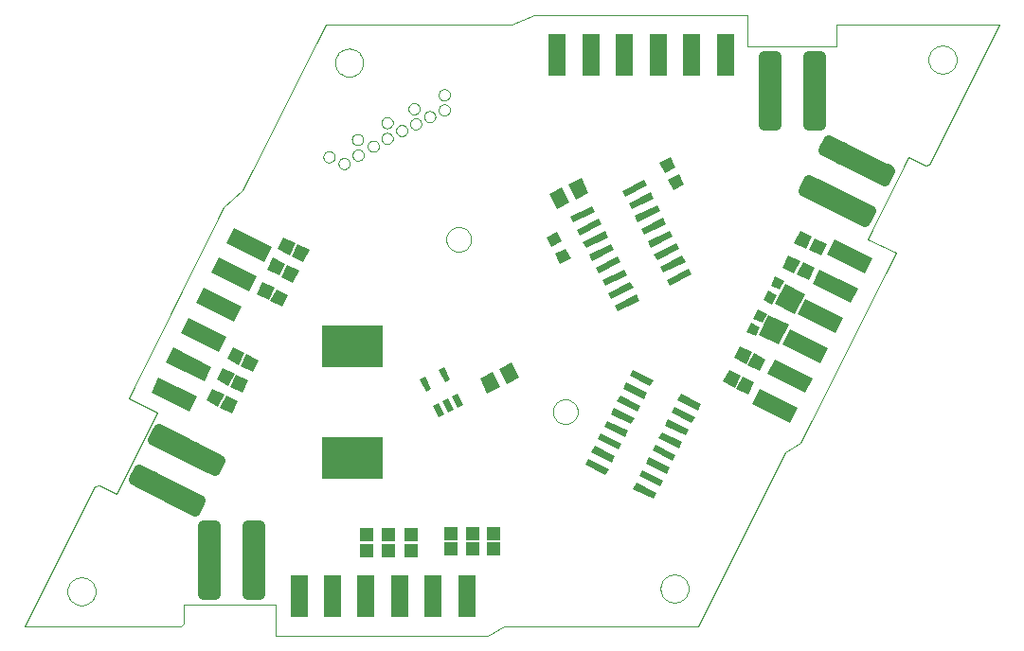
<source format=gbp>
G75*
%MOIN*%
%OFA0B0*%
%FSLAX24Y24*%
%IPPOS*%
%LPD*%
%AMOC8*
5,1,8,0,0,1.08239X$1,22.5*
%
%ADD10C,0.0000*%
%ADD11R,0.0236X0.0866*%
%ADD12R,0.0217X0.0472*%
%ADD13R,0.2165X0.1516*%
%ADD14R,0.0591X0.1496*%
%ADD15C,0.0394*%
%ADD16R,0.0512X0.0591*%
%ADD17R,0.0810X0.0240*%
%ADD18R,0.0472X0.0472*%
%ADD19R,0.0354X0.0354*%
%ADD20R,0.0787X0.0787*%
%ADD21R,0.0472X0.0472*%
%ADD22R,0.0394X0.0433*%
D10*
X001543Y001214D02*
X007057Y001214D01*
X007162Y001332D01*
X007163Y001992D01*
X010376Y001990D01*
X010370Y000897D01*
X017853Y000897D01*
X018407Y001214D01*
X025254Y001214D01*
X028315Y007336D01*
X028846Y007690D01*
X032212Y014373D01*
X031218Y014865D01*
X032655Y017739D01*
X033246Y017444D01*
X033393Y017483D01*
X035864Y022424D01*
X030103Y022423D01*
X030103Y022424D02*
X030103Y021647D01*
X026989Y021647D01*
X026989Y022739D01*
X019476Y022739D01*
X018689Y022424D01*
X012143Y022424D01*
X009220Y016568D01*
X008561Y015977D01*
X005204Y009265D01*
X006218Y008753D01*
X004781Y005889D01*
X004191Y006184D01*
X004004Y006145D01*
X001543Y001214D01*
X003060Y002453D02*
X003062Y002497D01*
X003068Y002541D01*
X003078Y002584D01*
X003091Y002626D01*
X003109Y002666D01*
X003130Y002705D01*
X003154Y002742D01*
X003181Y002777D01*
X003212Y002809D01*
X003245Y002838D01*
X003281Y002864D01*
X003319Y002886D01*
X003359Y002905D01*
X003400Y002921D01*
X003443Y002933D01*
X003486Y002941D01*
X003530Y002945D01*
X003574Y002945D01*
X003618Y002941D01*
X003661Y002933D01*
X003704Y002921D01*
X003745Y002905D01*
X003785Y002886D01*
X003823Y002864D01*
X003859Y002838D01*
X003892Y002809D01*
X003923Y002777D01*
X003950Y002742D01*
X003974Y002705D01*
X003995Y002666D01*
X004013Y002626D01*
X004026Y002584D01*
X004036Y002541D01*
X004042Y002497D01*
X004044Y002453D01*
X004042Y002409D01*
X004036Y002365D01*
X004026Y002322D01*
X004013Y002280D01*
X003995Y002240D01*
X003974Y002201D01*
X003950Y002164D01*
X003923Y002129D01*
X003892Y002097D01*
X003859Y002068D01*
X003823Y002042D01*
X003785Y002020D01*
X003745Y002001D01*
X003704Y001985D01*
X003661Y001973D01*
X003618Y001965D01*
X003574Y001961D01*
X003530Y001961D01*
X003486Y001965D01*
X003443Y001973D01*
X003400Y001985D01*
X003359Y002001D01*
X003319Y002020D01*
X003281Y002042D01*
X003245Y002068D01*
X003212Y002097D01*
X003181Y002129D01*
X003154Y002164D01*
X003130Y002201D01*
X003109Y002240D01*
X003091Y002280D01*
X003078Y002322D01*
X003068Y002365D01*
X003062Y002409D01*
X003060Y002453D01*
X016391Y014853D02*
X016393Y014894D01*
X016399Y014935D01*
X016409Y014975D01*
X016422Y015014D01*
X016439Y015051D01*
X016460Y015087D01*
X016484Y015121D01*
X016511Y015152D01*
X016540Y015180D01*
X016573Y015206D01*
X016607Y015228D01*
X016644Y015247D01*
X016682Y015262D01*
X016722Y015274D01*
X016762Y015282D01*
X016803Y015286D01*
X016845Y015286D01*
X016886Y015282D01*
X016926Y015274D01*
X016966Y015262D01*
X017004Y015247D01*
X017040Y015228D01*
X017075Y015206D01*
X017108Y015180D01*
X017137Y015152D01*
X017164Y015121D01*
X017188Y015087D01*
X017209Y015051D01*
X017226Y015014D01*
X017239Y014975D01*
X017249Y014935D01*
X017255Y014894D01*
X017257Y014853D01*
X017255Y014812D01*
X017249Y014771D01*
X017239Y014731D01*
X017226Y014692D01*
X017209Y014655D01*
X017188Y014619D01*
X017164Y014585D01*
X017137Y014554D01*
X017108Y014526D01*
X017075Y014500D01*
X017041Y014478D01*
X017004Y014459D01*
X016966Y014444D01*
X016926Y014432D01*
X016886Y014424D01*
X016845Y014420D01*
X016803Y014420D01*
X016762Y014424D01*
X016722Y014432D01*
X016682Y014444D01*
X016644Y014459D01*
X016608Y014478D01*
X016573Y014500D01*
X016540Y014526D01*
X016511Y014554D01*
X016484Y014585D01*
X016460Y014619D01*
X016439Y014655D01*
X016422Y014692D01*
X016409Y014731D01*
X016399Y014771D01*
X016393Y014812D01*
X016391Y014853D01*
X012596Y017523D02*
X012598Y017550D01*
X012604Y017577D01*
X012613Y017603D01*
X012626Y017627D01*
X012642Y017650D01*
X012661Y017669D01*
X012683Y017686D01*
X012707Y017700D01*
X012732Y017710D01*
X012759Y017717D01*
X012786Y017720D01*
X012814Y017719D01*
X012841Y017714D01*
X012867Y017706D01*
X012891Y017694D01*
X012914Y017678D01*
X012935Y017660D01*
X012952Y017639D01*
X012967Y017615D01*
X012978Y017590D01*
X012986Y017564D01*
X012990Y017537D01*
X012990Y017509D01*
X012986Y017482D01*
X012978Y017456D01*
X012967Y017431D01*
X012952Y017407D01*
X012935Y017386D01*
X012914Y017368D01*
X012892Y017352D01*
X012867Y017340D01*
X012841Y017332D01*
X012814Y017327D01*
X012786Y017326D01*
X012759Y017329D01*
X012732Y017336D01*
X012707Y017346D01*
X012683Y017360D01*
X012661Y017377D01*
X012642Y017396D01*
X012626Y017419D01*
X012613Y017443D01*
X012604Y017469D01*
X012598Y017496D01*
X012596Y017523D01*
X012065Y017759D02*
X012067Y017786D01*
X012073Y017813D01*
X012082Y017839D01*
X012095Y017863D01*
X012111Y017886D01*
X012130Y017905D01*
X012152Y017922D01*
X012176Y017936D01*
X012201Y017946D01*
X012228Y017953D01*
X012255Y017956D01*
X012283Y017955D01*
X012310Y017950D01*
X012336Y017942D01*
X012360Y017930D01*
X012383Y017914D01*
X012404Y017896D01*
X012421Y017875D01*
X012436Y017851D01*
X012447Y017826D01*
X012455Y017800D01*
X012459Y017773D01*
X012459Y017745D01*
X012455Y017718D01*
X012447Y017692D01*
X012436Y017667D01*
X012421Y017643D01*
X012404Y017622D01*
X012383Y017604D01*
X012361Y017588D01*
X012336Y017576D01*
X012310Y017568D01*
X012283Y017563D01*
X012255Y017562D01*
X012228Y017565D01*
X012201Y017572D01*
X012176Y017582D01*
X012152Y017596D01*
X012130Y017613D01*
X012111Y017632D01*
X012095Y017655D01*
X012082Y017679D01*
X012073Y017705D01*
X012067Y017732D01*
X012065Y017759D01*
X013088Y017818D02*
X013090Y017845D01*
X013096Y017872D01*
X013105Y017898D01*
X013118Y017922D01*
X013134Y017945D01*
X013153Y017964D01*
X013175Y017981D01*
X013199Y017995D01*
X013224Y018005D01*
X013251Y018012D01*
X013278Y018015D01*
X013306Y018014D01*
X013333Y018009D01*
X013359Y018001D01*
X013383Y017989D01*
X013406Y017973D01*
X013427Y017955D01*
X013444Y017934D01*
X013459Y017910D01*
X013470Y017885D01*
X013478Y017859D01*
X013482Y017832D01*
X013482Y017804D01*
X013478Y017777D01*
X013470Y017751D01*
X013459Y017726D01*
X013444Y017702D01*
X013427Y017681D01*
X013406Y017663D01*
X013384Y017647D01*
X013359Y017635D01*
X013333Y017627D01*
X013306Y017622D01*
X013278Y017621D01*
X013251Y017624D01*
X013224Y017631D01*
X013199Y017641D01*
X013175Y017655D01*
X013153Y017672D01*
X013134Y017691D01*
X013118Y017714D01*
X013105Y017738D01*
X013096Y017764D01*
X013090Y017791D01*
X013088Y017818D01*
X013620Y018133D02*
X013622Y018160D01*
X013628Y018187D01*
X013637Y018213D01*
X013650Y018237D01*
X013666Y018260D01*
X013685Y018279D01*
X013707Y018296D01*
X013731Y018310D01*
X013756Y018320D01*
X013783Y018327D01*
X013810Y018330D01*
X013838Y018329D01*
X013865Y018324D01*
X013891Y018316D01*
X013915Y018304D01*
X013938Y018288D01*
X013959Y018270D01*
X013976Y018249D01*
X013991Y018225D01*
X014002Y018200D01*
X014010Y018174D01*
X014014Y018147D01*
X014014Y018119D01*
X014010Y018092D01*
X014002Y018066D01*
X013991Y018041D01*
X013976Y018017D01*
X013959Y017996D01*
X013938Y017978D01*
X013916Y017962D01*
X013891Y017950D01*
X013865Y017942D01*
X013838Y017937D01*
X013810Y017936D01*
X013783Y017939D01*
X013756Y017946D01*
X013731Y017956D01*
X013707Y017970D01*
X013685Y017987D01*
X013666Y018006D01*
X013650Y018029D01*
X013637Y018053D01*
X013628Y018079D01*
X013622Y018106D01*
X013620Y018133D01*
X013068Y018369D02*
X013070Y018396D01*
X013076Y018423D01*
X013085Y018449D01*
X013098Y018473D01*
X013114Y018496D01*
X013133Y018515D01*
X013155Y018532D01*
X013179Y018546D01*
X013204Y018556D01*
X013231Y018563D01*
X013258Y018566D01*
X013286Y018565D01*
X013313Y018560D01*
X013339Y018552D01*
X013363Y018540D01*
X013386Y018524D01*
X013407Y018506D01*
X013424Y018485D01*
X013439Y018461D01*
X013450Y018436D01*
X013458Y018410D01*
X013462Y018383D01*
X013462Y018355D01*
X013458Y018328D01*
X013450Y018302D01*
X013439Y018277D01*
X013424Y018253D01*
X013407Y018232D01*
X013386Y018214D01*
X013364Y018198D01*
X013339Y018186D01*
X013313Y018178D01*
X013286Y018173D01*
X013258Y018172D01*
X013231Y018175D01*
X013204Y018182D01*
X013179Y018192D01*
X013155Y018206D01*
X013133Y018223D01*
X013114Y018242D01*
X013098Y018265D01*
X013085Y018289D01*
X013076Y018315D01*
X013070Y018342D01*
X013068Y018369D01*
X014112Y018408D02*
X014114Y018435D01*
X014120Y018462D01*
X014129Y018488D01*
X014142Y018512D01*
X014158Y018535D01*
X014177Y018554D01*
X014199Y018571D01*
X014223Y018585D01*
X014248Y018595D01*
X014275Y018602D01*
X014302Y018605D01*
X014330Y018604D01*
X014357Y018599D01*
X014383Y018591D01*
X014407Y018579D01*
X014430Y018563D01*
X014451Y018545D01*
X014468Y018524D01*
X014483Y018500D01*
X014494Y018475D01*
X014502Y018449D01*
X014506Y018422D01*
X014506Y018394D01*
X014502Y018367D01*
X014494Y018341D01*
X014483Y018316D01*
X014468Y018292D01*
X014451Y018271D01*
X014430Y018253D01*
X014408Y018237D01*
X014383Y018225D01*
X014357Y018217D01*
X014330Y018212D01*
X014302Y018211D01*
X014275Y018214D01*
X014248Y018221D01*
X014223Y018231D01*
X014199Y018245D01*
X014177Y018262D01*
X014158Y018281D01*
X014142Y018304D01*
X014129Y018328D01*
X014120Y018354D01*
X014114Y018381D01*
X014112Y018408D01*
X014624Y018684D02*
X014626Y018711D01*
X014632Y018738D01*
X014641Y018764D01*
X014654Y018788D01*
X014670Y018811D01*
X014689Y018830D01*
X014711Y018847D01*
X014735Y018861D01*
X014760Y018871D01*
X014787Y018878D01*
X014814Y018881D01*
X014842Y018880D01*
X014869Y018875D01*
X014895Y018867D01*
X014919Y018855D01*
X014942Y018839D01*
X014963Y018821D01*
X014980Y018800D01*
X014995Y018776D01*
X015006Y018751D01*
X015014Y018725D01*
X015018Y018698D01*
X015018Y018670D01*
X015014Y018643D01*
X015006Y018617D01*
X014995Y018592D01*
X014980Y018568D01*
X014963Y018547D01*
X014942Y018529D01*
X014920Y018513D01*
X014895Y018501D01*
X014869Y018493D01*
X014842Y018488D01*
X014814Y018487D01*
X014787Y018490D01*
X014760Y018497D01*
X014735Y018507D01*
X014711Y018521D01*
X014689Y018538D01*
X014670Y018557D01*
X014654Y018580D01*
X014641Y018604D01*
X014632Y018630D01*
X014626Y018657D01*
X014624Y018684D01*
X014112Y018960D02*
X014114Y018987D01*
X014120Y019014D01*
X014129Y019040D01*
X014142Y019064D01*
X014158Y019087D01*
X014177Y019106D01*
X014199Y019123D01*
X014223Y019137D01*
X014248Y019147D01*
X014275Y019154D01*
X014302Y019157D01*
X014330Y019156D01*
X014357Y019151D01*
X014383Y019143D01*
X014407Y019131D01*
X014430Y019115D01*
X014451Y019097D01*
X014468Y019076D01*
X014483Y019052D01*
X014494Y019027D01*
X014502Y019001D01*
X014506Y018974D01*
X014506Y018946D01*
X014502Y018919D01*
X014494Y018893D01*
X014483Y018868D01*
X014468Y018844D01*
X014451Y018823D01*
X014430Y018805D01*
X014408Y018789D01*
X014383Y018777D01*
X014357Y018769D01*
X014330Y018764D01*
X014302Y018763D01*
X014275Y018766D01*
X014248Y018773D01*
X014223Y018783D01*
X014199Y018797D01*
X014177Y018814D01*
X014158Y018833D01*
X014142Y018856D01*
X014129Y018880D01*
X014120Y018906D01*
X014114Y018933D01*
X014112Y018960D01*
X015057Y019452D02*
X015059Y019479D01*
X015065Y019506D01*
X015074Y019532D01*
X015087Y019556D01*
X015103Y019579D01*
X015122Y019598D01*
X015144Y019615D01*
X015168Y019629D01*
X015193Y019639D01*
X015220Y019646D01*
X015247Y019649D01*
X015275Y019648D01*
X015302Y019643D01*
X015328Y019635D01*
X015352Y019623D01*
X015375Y019607D01*
X015396Y019589D01*
X015413Y019568D01*
X015428Y019544D01*
X015439Y019519D01*
X015447Y019493D01*
X015451Y019466D01*
X015451Y019438D01*
X015447Y019411D01*
X015439Y019385D01*
X015428Y019360D01*
X015413Y019336D01*
X015396Y019315D01*
X015375Y019297D01*
X015353Y019281D01*
X015328Y019269D01*
X015302Y019261D01*
X015275Y019256D01*
X015247Y019255D01*
X015220Y019258D01*
X015193Y019265D01*
X015168Y019275D01*
X015144Y019289D01*
X015122Y019306D01*
X015103Y019325D01*
X015087Y019348D01*
X015074Y019372D01*
X015065Y019398D01*
X015059Y019425D01*
X015057Y019452D01*
X015116Y018920D02*
X015118Y018947D01*
X015124Y018974D01*
X015133Y019000D01*
X015146Y019024D01*
X015162Y019047D01*
X015181Y019066D01*
X015203Y019083D01*
X015227Y019097D01*
X015252Y019107D01*
X015279Y019114D01*
X015306Y019117D01*
X015334Y019116D01*
X015361Y019111D01*
X015387Y019103D01*
X015411Y019091D01*
X015434Y019075D01*
X015455Y019057D01*
X015472Y019036D01*
X015487Y019012D01*
X015498Y018987D01*
X015506Y018961D01*
X015510Y018934D01*
X015510Y018906D01*
X015506Y018879D01*
X015498Y018853D01*
X015487Y018828D01*
X015472Y018804D01*
X015455Y018783D01*
X015434Y018765D01*
X015412Y018749D01*
X015387Y018737D01*
X015361Y018729D01*
X015334Y018724D01*
X015306Y018723D01*
X015279Y018726D01*
X015252Y018733D01*
X015227Y018743D01*
X015203Y018757D01*
X015181Y018774D01*
X015162Y018793D01*
X015146Y018816D01*
X015133Y018840D01*
X015124Y018866D01*
X015118Y018893D01*
X015116Y018920D01*
X015608Y019176D02*
X015610Y019203D01*
X015616Y019230D01*
X015625Y019256D01*
X015638Y019280D01*
X015654Y019303D01*
X015673Y019322D01*
X015695Y019339D01*
X015719Y019353D01*
X015744Y019363D01*
X015771Y019370D01*
X015798Y019373D01*
X015826Y019372D01*
X015853Y019367D01*
X015879Y019359D01*
X015903Y019347D01*
X015926Y019331D01*
X015947Y019313D01*
X015964Y019292D01*
X015979Y019268D01*
X015990Y019243D01*
X015998Y019217D01*
X016002Y019190D01*
X016002Y019162D01*
X015998Y019135D01*
X015990Y019109D01*
X015979Y019084D01*
X015964Y019060D01*
X015947Y019039D01*
X015926Y019021D01*
X015904Y019005D01*
X015879Y018993D01*
X015853Y018985D01*
X015826Y018980D01*
X015798Y018979D01*
X015771Y018982D01*
X015744Y018989D01*
X015719Y018999D01*
X015695Y019013D01*
X015673Y019030D01*
X015654Y019049D01*
X015638Y019072D01*
X015625Y019096D01*
X015616Y019122D01*
X015610Y019149D01*
X015608Y019176D01*
X016120Y019412D02*
X016122Y019439D01*
X016128Y019466D01*
X016137Y019492D01*
X016150Y019516D01*
X016166Y019539D01*
X016185Y019558D01*
X016207Y019575D01*
X016231Y019589D01*
X016256Y019599D01*
X016283Y019606D01*
X016310Y019609D01*
X016338Y019608D01*
X016365Y019603D01*
X016391Y019595D01*
X016415Y019583D01*
X016438Y019567D01*
X016459Y019549D01*
X016476Y019528D01*
X016491Y019504D01*
X016502Y019479D01*
X016510Y019453D01*
X016514Y019426D01*
X016514Y019398D01*
X016510Y019371D01*
X016502Y019345D01*
X016491Y019320D01*
X016476Y019296D01*
X016459Y019275D01*
X016438Y019257D01*
X016416Y019241D01*
X016391Y019229D01*
X016365Y019221D01*
X016338Y019216D01*
X016310Y019215D01*
X016283Y019218D01*
X016256Y019225D01*
X016231Y019235D01*
X016207Y019249D01*
X016185Y019266D01*
X016166Y019285D01*
X016150Y019308D01*
X016137Y019332D01*
X016128Y019358D01*
X016122Y019385D01*
X016120Y019412D01*
X016120Y019944D02*
X016122Y019971D01*
X016128Y019998D01*
X016137Y020024D01*
X016150Y020048D01*
X016166Y020071D01*
X016185Y020090D01*
X016207Y020107D01*
X016231Y020121D01*
X016256Y020131D01*
X016283Y020138D01*
X016310Y020141D01*
X016338Y020140D01*
X016365Y020135D01*
X016391Y020127D01*
X016415Y020115D01*
X016438Y020099D01*
X016459Y020081D01*
X016476Y020060D01*
X016491Y020036D01*
X016502Y020011D01*
X016510Y019985D01*
X016514Y019958D01*
X016514Y019930D01*
X016510Y019903D01*
X016502Y019877D01*
X016491Y019852D01*
X016476Y019828D01*
X016459Y019807D01*
X016438Y019789D01*
X016416Y019773D01*
X016391Y019761D01*
X016365Y019753D01*
X016338Y019748D01*
X016310Y019747D01*
X016283Y019750D01*
X016256Y019757D01*
X016231Y019767D01*
X016207Y019781D01*
X016185Y019798D01*
X016166Y019817D01*
X016150Y019840D01*
X016137Y019864D01*
X016128Y019890D01*
X016122Y019917D01*
X016120Y019944D01*
X012478Y021079D02*
X012480Y021123D01*
X012486Y021167D01*
X012496Y021210D01*
X012509Y021252D01*
X012527Y021292D01*
X012548Y021331D01*
X012572Y021368D01*
X012599Y021403D01*
X012630Y021435D01*
X012663Y021464D01*
X012699Y021490D01*
X012737Y021512D01*
X012777Y021531D01*
X012818Y021547D01*
X012861Y021559D01*
X012904Y021567D01*
X012948Y021571D01*
X012992Y021571D01*
X013036Y021567D01*
X013079Y021559D01*
X013122Y021547D01*
X013163Y021531D01*
X013203Y021512D01*
X013241Y021490D01*
X013277Y021464D01*
X013310Y021435D01*
X013341Y021403D01*
X013368Y021368D01*
X013392Y021331D01*
X013413Y021292D01*
X013431Y021252D01*
X013444Y021210D01*
X013454Y021167D01*
X013460Y021123D01*
X013462Y021079D01*
X013460Y021035D01*
X013454Y020991D01*
X013444Y020948D01*
X013431Y020906D01*
X013413Y020866D01*
X013392Y020827D01*
X013368Y020790D01*
X013341Y020755D01*
X013310Y020723D01*
X013277Y020694D01*
X013241Y020668D01*
X013203Y020646D01*
X013163Y020627D01*
X013122Y020611D01*
X013079Y020599D01*
X013036Y020591D01*
X012992Y020587D01*
X012948Y020587D01*
X012904Y020591D01*
X012861Y020599D01*
X012818Y020611D01*
X012777Y020627D01*
X012737Y020646D01*
X012699Y020668D01*
X012663Y020694D01*
X012630Y020723D01*
X012599Y020755D01*
X012572Y020790D01*
X012548Y020827D01*
X012527Y020866D01*
X012509Y020906D01*
X012496Y020948D01*
X012486Y020991D01*
X012480Y021035D01*
X012478Y021079D01*
X020144Y008781D02*
X020146Y008822D01*
X020152Y008863D01*
X020162Y008903D01*
X020175Y008942D01*
X020192Y008979D01*
X020213Y009015D01*
X020237Y009049D01*
X020264Y009080D01*
X020293Y009108D01*
X020326Y009134D01*
X020360Y009156D01*
X020397Y009175D01*
X020435Y009190D01*
X020475Y009202D01*
X020515Y009210D01*
X020556Y009214D01*
X020598Y009214D01*
X020639Y009210D01*
X020679Y009202D01*
X020719Y009190D01*
X020757Y009175D01*
X020793Y009156D01*
X020828Y009134D01*
X020861Y009108D01*
X020890Y009080D01*
X020917Y009049D01*
X020941Y009015D01*
X020962Y008979D01*
X020979Y008942D01*
X020992Y008903D01*
X021002Y008863D01*
X021008Y008822D01*
X021010Y008781D01*
X021008Y008740D01*
X021002Y008699D01*
X020992Y008659D01*
X020979Y008620D01*
X020962Y008583D01*
X020941Y008547D01*
X020917Y008513D01*
X020890Y008482D01*
X020861Y008454D01*
X020828Y008428D01*
X020794Y008406D01*
X020757Y008387D01*
X020719Y008372D01*
X020679Y008360D01*
X020639Y008352D01*
X020598Y008348D01*
X020556Y008348D01*
X020515Y008352D01*
X020475Y008360D01*
X020435Y008372D01*
X020397Y008387D01*
X020361Y008406D01*
X020326Y008428D01*
X020293Y008454D01*
X020264Y008482D01*
X020237Y008513D01*
X020213Y008547D01*
X020192Y008583D01*
X020175Y008620D01*
X020162Y008659D01*
X020152Y008699D01*
X020146Y008740D01*
X020144Y008781D01*
X023929Y002550D02*
X023931Y002594D01*
X023937Y002638D01*
X023947Y002681D01*
X023960Y002723D01*
X023978Y002763D01*
X023999Y002802D01*
X024023Y002839D01*
X024050Y002874D01*
X024081Y002906D01*
X024114Y002935D01*
X024150Y002961D01*
X024188Y002983D01*
X024228Y003002D01*
X024269Y003018D01*
X024312Y003030D01*
X024355Y003038D01*
X024399Y003042D01*
X024443Y003042D01*
X024487Y003038D01*
X024530Y003030D01*
X024573Y003018D01*
X024614Y003002D01*
X024654Y002983D01*
X024692Y002961D01*
X024728Y002935D01*
X024761Y002906D01*
X024792Y002874D01*
X024819Y002839D01*
X024843Y002802D01*
X024864Y002763D01*
X024882Y002723D01*
X024895Y002681D01*
X024905Y002638D01*
X024911Y002594D01*
X024913Y002550D01*
X024911Y002506D01*
X024905Y002462D01*
X024895Y002419D01*
X024882Y002377D01*
X024864Y002337D01*
X024843Y002298D01*
X024819Y002261D01*
X024792Y002226D01*
X024761Y002194D01*
X024728Y002165D01*
X024692Y002139D01*
X024654Y002117D01*
X024614Y002098D01*
X024573Y002082D01*
X024530Y002070D01*
X024487Y002062D01*
X024443Y002058D01*
X024399Y002058D01*
X024355Y002062D01*
X024312Y002070D01*
X024269Y002082D01*
X024228Y002098D01*
X024188Y002117D01*
X024150Y002139D01*
X024114Y002165D01*
X024081Y002194D01*
X024050Y002226D01*
X024023Y002261D01*
X023999Y002298D01*
X023978Y002337D01*
X023960Y002377D01*
X023947Y002419D01*
X023937Y002462D01*
X023931Y002506D01*
X023929Y002550D01*
X033359Y021185D02*
X033361Y021229D01*
X033367Y021273D01*
X033377Y021316D01*
X033390Y021358D01*
X033408Y021398D01*
X033429Y021437D01*
X033453Y021474D01*
X033480Y021509D01*
X033511Y021541D01*
X033544Y021570D01*
X033580Y021596D01*
X033618Y021618D01*
X033658Y021637D01*
X033699Y021653D01*
X033742Y021665D01*
X033785Y021673D01*
X033829Y021677D01*
X033873Y021677D01*
X033917Y021673D01*
X033960Y021665D01*
X034003Y021653D01*
X034044Y021637D01*
X034084Y021618D01*
X034122Y021596D01*
X034158Y021570D01*
X034191Y021541D01*
X034222Y021509D01*
X034249Y021474D01*
X034273Y021437D01*
X034294Y021398D01*
X034312Y021358D01*
X034325Y021316D01*
X034335Y021273D01*
X034341Y021229D01*
X034343Y021185D01*
X034341Y021141D01*
X034335Y021097D01*
X034325Y021054D01*
X034312Y021012D01*
X034294Y020972D01*
X034273Y020933D01*
X034249Y020896D01*
X034222Y020861D01*
X034191Y020829D01*
X034158Y020800D01*
X034122Y020774D01*
X034084Y020752D01*
X034044Y020733D01*
X034003Y020717D01*
X033960Y020705D01*
X033917Y020697D01*
X033873Y020693D01*
X033829Y020693D01*
X033785Y020697D01*
X033742Y020705D01*
X033699Y020717D01*
X033658Y020733D01*
X033618Y020752D01*
X033580Y020774D01*
X033544Y020800D01*
X033511Y020829D01*
X033480Y020861D01*
X033453Y020896D01*
X033429Y020933D01*
X033408Y020972D01*
X033390Y021012D01*
X033377Y021054D01*
X033367Y021097D01*
X033361Y021141D01*
X033359Y021185D01*
D11*
G36*
X023357Y015012D02*
X023251Y015223D01*
X024025Y015610D01*
X024131Y015399D01*
X023357Y015012D01*
G37*
G36*
X023581Y014565D02*
X023475Y014776D01*
X024249Y015163D01*
X024355Y014952D01*
X023581Y014565D01*
G37*
G36*
X023805Y014117D02*
X023699Y014328D01*
X024473Y014715D01*
X024579Y014504D01*
X023805Y014117D01*
G37*
G36*
X024029Y013670D02*
X023923Y013881D01*
X024697Y014268D01*
X024803Y014057D01*
X024029Y013670D01*
G37*
G36*
X024253Y013223D02*
X024147Y013434D01*
X024921Y013821D01*
X025027Y013610D01*
X024253Y013223D01*
G37*
G36*
X022422Y012307D02*
X022316Y012518D01*
X023090Y012905D01*
X023196Y012694D01*
X022422Y012307D01*
G37*
G36*
X022198Y012754D02*
X022092Y012965D01*
X022866Y013352D01*
X022972Y013141D01*
X022198Y012754D01*
G37*
G36*
X021975Y013201D02*
X021869Y013412D01*
X022643Y013799D01*
X022749Y013588D01*
X021975Y013201D01*
G37*
G36*
X021751Y013648D02*
X021645Y013859D01*
X022419Y014246D01*
X022525Y014035D01*
X021751Y013648D01*
G37*
G36*
X021527Y014095D02*
X021421Y014306D01*
X022195Y014693D01*
X022301Y014482D01*
X021527Y014095D01*
G37*
G36*
X021303Y014542D02*
X021197Y014753D01*
X021971Y015140D01*
X022077Y014929D01*
X021303Y014542D01*
G37*
G36*
X021079Y014989D02*
X020973Y015200D01*
X021747Y015587D01*
X021853Y015376D01*
X021079Y014989D01*
G37*
G36*
X020855Y015436D02*
X020749Y015647D01*
X021523Y016034D01*
X021629Y015823D01*
X020855Y015436D01*
G37*
G36*
X022686Y016353D02*
X022580Y016564D01*
X023354Y016951D01*
X023460Y016740D01*
X022686Y016353D01*
G37*
G36*
X022910Y015906D02*
X022804Y016117D01*
X023578Y016504D01*
X023684Y016293D01*
X022910Y015906D01*
G37*
G36*
X023134Y015459D02*
X023028Y015670D01*
X023802Y016057D01*
X023908Y015846D01*
X023134Y015459D01*
G37*
D12*
G36*
X016129Y010242D02*
X016322Y010339D01*
X016533Y009918D01*
X016340Y009821D01*
X016129Y010242D01*
G37*
G36*
X015460Y009907D02*
X015653Y010004D01*
X015864Y009583D01*
X015671Y009486D01*
X015460Y009907D01*
G37*
G36*
X015919Y008992D02*
X016112Y009089D01*
X016323Y008668D01*
X016130Y008571D01*
X015919Y008992D01*
G37*
G36*
X016253Y009159D02*
X016446Y009256D01*
X016657Y008835D01*
X016464Y008738D01*
X016253Y009159D01*
G37*
G36*
X016588Y009327D02*
X016781Y009424D01*
X016992Y009003D01*
X016799Y008906D01*
X016588Y009327D01*
G37*
D13*
X013094Y011074D03*
X013094Y007157D03*
D14*
G36*
X006533Y010509D02*
X006797Y011036D01*
X008133Y010367D01*
X007869Y009840D01*
X006533Y010509D01*
G37*
G36*
X006004Y009453D02*
X006268Y009980D01*
X007604Y009311D01*
X007340Y008784D01*
X006004Y009453D01*
G37*
G36*
X007062Y011565D02*
X007326Y012092D01*
X008662Y011423D01*
X008398Y010896D01*
X007062Y011565D01*
G37*
G36*
X007591Y012621D02*
X007855Y013148D01*
X009191Y012479D01*
X008927Y011952D01*
X007591Y012621D01*
G37*
G36*
X008120Y013677D02*
X008384Y014204D01*
X009720Y013535D01*
X009456Y013008D01*
X008120Y013677D01*
G37*
G36*
X008649Y014734D02*
X008913Y015261D01*
X010249Y014592D01*
X009985Y014065D01*
X008649Y014734D01*
G37*
X020296Y021364D03*
X021477Y021364D03*
X022659Y021364D03*
X023840Y021364D03*
X025021Y021364D03*
X026202Y021364D03*
G36*
X031398Y014186D02*
X031134Y013659D01*
X029798Y014328D01*
X030062Y014855D01*
X031398Y014186D01*
G37*
G36*
X030869Y013130D02*
X030605Y012603D01*
X029269Y013272D01*
X029533Y013799D01*
X030869Y013130D01*
G37*
G36*
X030341Y012074D02*
X030077Y011547D01*
X028741Y012216D01*
X029005Y012743D01*
X030341Y012074D01*
G37*
G36*
X029812Y011018D02*
X029548Y010491D01*
X028212Y011160D01*
X028476Y011687D01*
X029812Y011018D01*
G37*
G36*
X029283Y009962D02*
X029019Y009435D01*
X027683Y010104D01*
X027947Y010631D01*
X029283Y009962D01*
G37*
G36*
X028754Y008905D02*
X028490Y008378D01*
X027154Y009047D01*
X027418Y009574D01*
X028754Y008905D01*
G37*
X017110Y002277D03*
X015929Y002277D03*
X014748Y002277D03*
X013567Y002277D03*
X012386Y002277D03*
X011205Y002277D03*
D15*
X009432Y002366D02*
X009432Y004766D01*
X009824Y004766D01*
X009824Y002366D01*
X009432Y002366D01*
X009432Y002759D02*
X009824Y002759D01*
X009824Y003152D02*
X009432Y003152D01*
X009432Y003545D02*
X009824Y003545D01*
X009824Y003938D02*
X009432Y003938D01*
X009432Y004331D02*
X009824Y004331D01*
X009824Y004724D02*
X009432Y004724D01*
X007858Y004746D02*
X007858Y002346D01*
X007858Y004746D02*
X008250Y004746D01*
X008250Y002346D01*
X007858Y002346D01*
X007858Y002739D02*
X008250Y002739D01*
X008250Y003132D02*
X007858Y003132D01*
X007858Y003525D02*
X008250Y003525D01*
X008250Y003918D02*
X007858Y003918D01*
X007858Y004311D02*
X008250Y004311D01*
X008250Y004704D02*
X007858Y004704D01*
X007728Y005650D02*
X005583Y006724D01*
X007728Y005650D02*
X007553Y005300D01*
X005408Y006374D01*
X005583Y006724D01*
X006768Y005693D02*
X007642Y005693D01*
X006857Y006086D02*
X005983Y006086D01*
X006072Y006479D02*
X005461Y006479D01*
X006271Y008141D02*
X008416Y007067D01*
X008241Y006717D01*
X006096Y007791D01*
X006271Y008141D01*
X007456Y007110D02*
X008330Y007110D01*
X007545Y007503D02*
X006671Y007503D01*
X006760Y007896D02*
X006149Y007896D01*
X027976Y018873D02*
X027976Y021273D01*
X027976Y018873D02*
X027584Y018873D01*
X027584Y021273D01*
X027976Y021273D01*
X027976Y019266D02*
X027584Y019266D01*
X027584Y019659D02*
X027976Y019659D01*
X027976Y020052D02*
X027584Y020052D01*
X027584Y020445D02*
X027976Y020445D01*
X027976Y020838D02*
X027584Y020838D01*
X027584Y021231D02*
X027976Y021231D01*
X029551Y021293D02*
X029551Y018893D01*
X029159Y018893D01*
X029159Y021293D01*
X029551Y021293D01*
X029551Y019286D02*
X029159Y019286D01*
X029159Y019679D02*
X029551Y019679D01*
X029551Y020072D02*
X029159Y020072D01*
X029159Y020465D02*
X029551Y020465D01*
X029551Y020858D02*
X029159Y020858D01*
X029159Y021251D02*
X029551Y021251D01*
X029675Y017983D02*
X031820Y016909D01*
X029675Y017983D02*
X029850Y018333D01*
X031995Y017259D01*
X031820Y016909D01*
X031909Y017302D02*
X031035Y017302D01*
X031124Y017695D02*
X030250Y017695D01*
X030339Y018088D02*
X029728Y018088D01*
X028987Y016566D02*
X031132Y015492D01*
X028987Y016566D02*
X029162Y016916D01*
X031307Y015842D01*
X031132Y015492D01*
X031221Y015885D02*
X030347Y015885D01*
X030436Y016278D02*
X029562Y016278D01*
X029651Y016671D02*
X029040Y016671D01*
D16*
G36*
X020681Y016778D02*
X021137Y017007D01*
X021401Y016480D01*
X020945Y016251D01*
X020681Y016778D01*
G37*
G36*
X020012Y016443D02*
X020468Y016672D01*
X020732Y016145D01*
X020276Y015916D01*
X020012Y016443D01*
G37*
G36*
X018959Y009979D02*
X018503Y009750D01*
X018239Y010277D01*
X018695Y010506D01*
X018959Y009979D01*
G37*
G36*
X018290Y009644D02*
X017834Y009415D01*
X017570Y009942D01*
X018026Y010171D01*
X018290Y009644D01*
G37*
D17*
G36*
X021832Y008018D02*
X022555Y007656D01*
X022448Y007442D01*
X021725Y007804D01*
X021832Y008018D01*
G37*
G36*
X022055Y008465D02*
X022778Y008103D01*
X022671Y007889D01*
X021948Y008251D01*
X022055Y008465D01*
G37*
G36*
X022279Y008912D02*
X023002Y008550D01*
X022895Y008336D01*
X022172Y008698D01*
X022279Y008912D01*
G37*
G36*
X022503Y009359D02*
X023226Y008997D01*
X023119Y008783D01*
X022396Y009145D01*
X022503Y009359D01*
G37*
G36*
X022727Y009806D02*
X023450Y009444D01*
X023343Y009230D01*
X022620Y009592D01*
X022727Y009806D01*
G37*
G36*
X022951Y010253D02*
X023674Y009891D01*
X023567Y009677D01*
X022844Y010039D01*
X022951Y010253D01*
G37*
G36*
X024641Y009407D02*
X025364Y009045D01*
X025257Y008831D01*
X024534Y009193D01*
X024641Y009407D01*
G37*
G36*
X024417Y008960D02*
X025140Y008598D01*
X025033Y008384D01*
X024310Y008746D01*
X024417Y008960D01*
G37*
G36*
X024193Y008513D02*
X024916Y008151D01*
X024809Y007937D01*
X024086Y008299D01*
X024193Y008513D01*
G37*
G36*
X023969Y008065D02*
X024692Y007703D01*
X024585Y007489D01*
X023862Y007851D01*
X023969Y008065D01*
G37*
G36*
X023745Y007618D02*
X024468Y007256D01*
X024361Y007042D01*
X023638Y007404D01*
X023745Y007618D01*
G37*
G36*
X023522Y007171D02*
X024245Y006809D01*
X024138Y006595D01*
X023415Y006957D01*
X023522Y007171D01*
G37*
G36*
X023298Y006724D02*
X024021Y006362D01*
X023914Y006148D01*
X023191Y006510D01*
X023298Y006724D01*
G37*
G36*
X023074Y006277D02*
X023797Y005915D01*
X023690Y005701D01*
X022967Y006063D01*
X023074Y006277D01*
G37*
G36*
X021384Y007123D02*
X022107Y006761D01*
X022000Y006547D01*
X021277Y006909D01*
X021384Y007123D01*
G37*
G36*
X021608Y007571D02*
X022331Y007209D01*
X022224Y006995D01*
X021501Y007357D01*
X021608Y007571D01*
G37*
D18*
G36*
X026545Y009634D02*
X026124Y009845D01*
X026335Y010266D01*
X026756Y010055D01*
X026545Y009634D01*
G37*
G36*
X027020Y009382D02*
X026599Y009593D01*
X026810Y010014D01*
X027231Y009803D01*
X027020Y009382D01*
G37*
G36*
X027419Y010213D02*
X026998Y010424D01*
X027209Y010845D01*
X027630Y010634D01*
X027419Y010213D01*
G37*
G36*
X026944Y010465D02*
X026523Y010676D01*
X026734Y011097D01*
X027155Y010886D01*
X026944Y010465D01*
G37*
G36*
X029147Y013415D02*
X028726Y013626D01*
X028937Y014047D01*
X029358Y013836D01*
X029147Y013415D01*
G37*
G36*
X028629Y013655D02*
X028208Y013866D01*
X028419Y014287D01*
X028840Y014076D01*
X028629Y013655D01*
G37*
G36*
X029569Y014268D02*
X029148Y014479D01*
X029359Y014900D01*
X029780Y014689D01*
X029569Y014268D01*
G37*
G36*
X029055Y014520D02*
X028634Y014731D01*
X028845Y015152D01*
X029266Y014941D01*
X029055Y014520D01*
G37*
G36*
X011151Y014684D02*
X011572Y014473D01*
X011361Y014052D01*
X010940Y014263D01*
X011151Y014684D01*
G37*
G36*
X010664Y014932D02*
X011085Y014721D01*
X010874Y014300D01*
X010453Y014511D01*
X010664Y014932D01*
G37*
G36*
X010299Y014203D02*
X010720Y013992D01*
X010509Y013571D01*
X010088Y013782D01*
X010299Y014203D01*
G37*
G36*
X010785Y013954D02*
X011206Y013743D01*
X010995Y013322D01*
X010574Y013533D01*
X010785Y013954D01*
G37*
G36*
X009933Y013348D02*
X010354Y013137D01*
X010143Y012716D01*
X009722Y012927D01*
X009933Y013348D01*
G37*
G36*
X010403Y013100D02*
X010824Y012889D01*
X010613Y012468D01*
X010192Y012679D01*
X010403Y013100D01*
G37*
G36*
X008880Y011056D02*
X009301Y010845D01*
X009090Y010424D01*
X008669Y010635D01*
X008880Y011056D01*
G37*
G36*
X009367Y010808D02*
X009788Y010597D01*
X009577Y010176D01*
X009156Y010387D01*
X009367Y010808D01*
G37*
G36*
X009001Y010079D02*
X009422Y009868D01*
X009211Y009447D01*
X008790Y009658D01*
X009001Y010079D01*
G37*
G36*
X008514Y010327D02*
X008935Y010116D01*
X008724Y009695D01*
X008303Y009906D01*
X008514Y010327D01*
G37*
G36*
X008148Y009597D02*
X008569Y009386D01*
X008358Y008965D01*
X007937Y009176D01*
X008148Y009597D01*
G37*
G36*
X008635Y009349D02*
X009056Y009138D01*
X008845Y008717D01*
X008424Y008928D01*
X008635Y009349D01*
G37*
D19*
G36*
X027276Y011441D02*
X026960Y011599D01*
X027118Y011915D01*
X027434Y011757D01*
X027276Y011441D01*
G37*
G36*
X027516Y011909D02*
X027200Y012067D01*
X027358Y012383D01*
X027674Y012225D01*
X027516Y011909D01*
G37*
G36*
X027866Y012565D02*
X027550Y012723D01*
X027708Y013039D01*
X028024Y012881D01*
X027866Y012565D01*
G37*
G36*
X028123Y013070D02*
X027807Y013228D01*
X027965Y013544D01*
X028281Y013386D01*
X028123Y013070D01*
G37*
D20*
G36*
X028653Y012225D02*
X027951Y012577D01*
X028303Y013279D01*
X029005Y012927D01*
X028653Y012225D01*
G37*
G36*
X028083Y011145D02*
X027381Y011497D01*
X027733Y012199D01*
X028435Y011847D01*
X028083Y011145D01*
G37*
D21*
X018053Y004490D03*
X018053Y003947D03*
X017303Y003947D03*
X017303Y004490D03*
X016553Y004490D03*
X016553Y003947D03*
X015157Y003895D03*
X015157Y004441D03*
X014345Y004441D03*
X013595Y004441D03*
X013595Y003895D03*
X014345Y003895D03*
D22*
G36*
X020388Y013987D02*
X020210Y014337D01*
X020594Y014533D01*
X020772Y014183D01*
X020388Y013987D01*
G37*
G36*
X020084Y014583D02*
X019906Y014933D01*
X020290Y015129D01*
X020468Y014779D01*
X020084Y014583D01*
G37*
G36*
X024275Y017738D02*
X024453Y017388D01*
X024069Y017192D01*
X023891Y017542D01*
X024275Y017738D01*
G37*
G36*
X024579Y017141D02*
X024757Y016791D01*
X024373Y016595D01*
X024195Y016945D01*
X024579Y017141D01*
G37*
M02*

</source>
